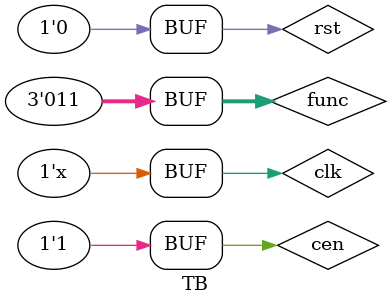
<source format=v>
`timescale 1ns/1ns
module TB();
    reg clk = 0 , rst = 1, cen = 1;
    reg[2:0] func;
    wire [7:0] waveform;
    waveform_generator CUT(clk, rst, cen, func, waveform);

    always #20 clk = ~clk;
    initial begin
        #40 rst = 0;
        #200 func = 3'b001;
        #16000 func = 3'b010;
        #16000 func = 3'b011;
    end
endmodule

</source>
